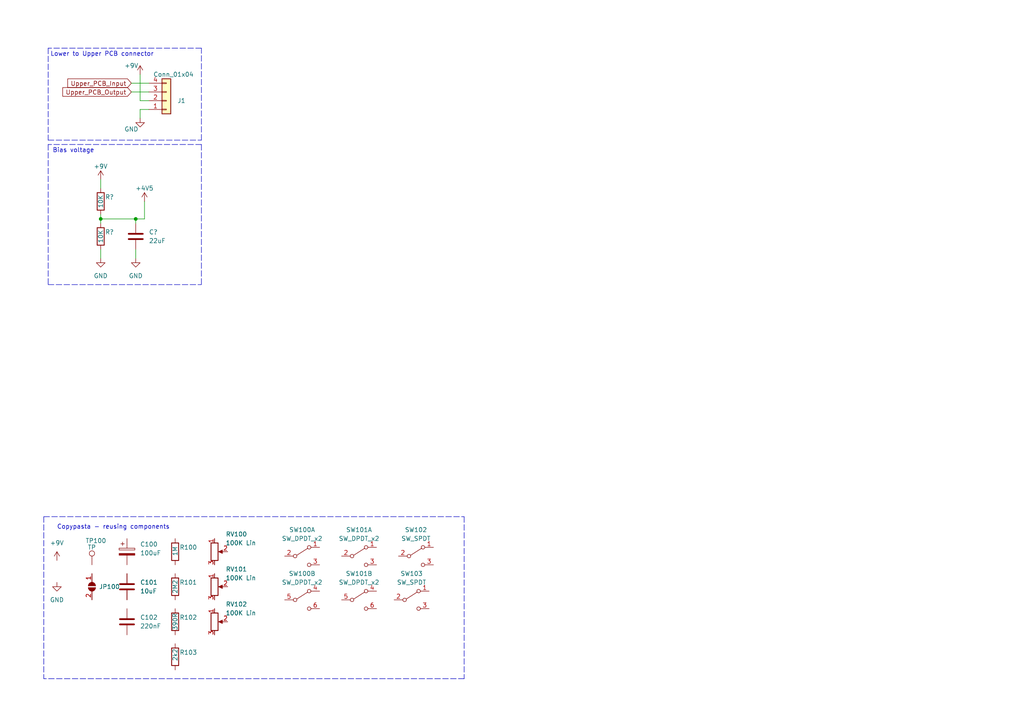
<source format=kicad_sch>
(kicad_sch (version 20211123) (generator eeschema)
  (paper "A4")
  (title_block (title "PedalDev_UpperRaw") (date "2022-02-21") (company "Binary-6"))
  (lib_symbols
    (symbol "Connector:TestPoint" (pin_numbers hide) (pin_names (offset 0.762) hide)
      (property "Reference" "TP" (at 0 6.858 0))
      (property "Value" "TestPoint" (at 0 5.08 0))
      (symbol "TestPoint_0_1"
        (circle (center 0 3.302) (radius 0.762))
      )
      (symbol "TestPoint_1_1"
        (pin passive line (at 0 0 90) (length 2.54) (name "1") (number "1"))
      )
    )
    (symbol "Connector_Generic:Conn_01x04" (pin_names (offset 1.016) hide)
      (property "Reference" "J" (at 0 5.08 0))
      (property "Value" "Conn_01x04" (at 0 -7.62 0))
      (symbol "Conn_01x04_1_1"
        (rectangle (start -1.27 -4.953) (end 0 -5.207) (stroke (width 0.1524)))
        (rectangle (start -1.27 -2.413) (end 0 -2.667) (stroke (width 0.1524)))
        (rectangle (start -1.27 0.127) (end 0 -0.127) (stroke (width 0.1524)))
        (rectangle (start -1.27 2.667) (end 0 2.413) (stroke (width 0.1524)))
        (rectangle (start -1.27 3.81) (end 1.27 -6.35) (stroke (width 0.254)) (fill (type background)))
        (pin passive line (at -5.08 2.54 0) (length 3.81) (name "Pin_1") (number "1"))
        (pin passive line (at -5.08 0 0) (length 3.81) (name "Pin_2") (number "2"))
        (pin passive line (at -5.08 -2.54 0) (length 3.81) (name "Pin_3") (number "3"))
        (pin passive line (at -5.08 -5.08 0) (length 3.81) (name "Pin_4") (number "4"))
      )
    )
    (symbol "Device:C" (pin_numbers hide) (pin_names (offset 0.254))
      (property "Reference" "C" (at 0.635 2.54 0))
      (property "Value" "C" (at 0.635 -2.54 0))
      (symbol "C_0_1"
        (polyline (pts (xy -2.032 -0.762) (xy 2.032 -0.762)) (stroke (width 0.508)))
        (polyline (pts (xy -2.032 0.762) (xy 2.032 0.762)) (stroke (width 0.508)))
      )
      (symbol "C_1_1"
        (pin passive line (at 0 3.81 270) (length 2.794) (name "~") (number "1"))
        (pin passive line (at 0 -3.81 90) (length 2.794) (name "~") (number "2"))
      )
    )
    (symbol "Device:C_Polarized" (pin_numbers hide) (pin_names (offset 0.254))
      (property "Reference" "C" (at 0.635 2.54 0))
      (property "Value" "C_Polarized" (at 0.635 -2.54 0))
      (symbol "C_Polarized_0_1"
        (rectangle (start -2.286 0.508) (end 2.286 1.016))
        (polyline (pts (xy -1.778 2.286) (xy -0.762 2.286)))
        (polyline (pts (xy -1.27 2.794) (xy -1.27 1.778)))
        (rectangle (start 2.286 -0.508) (end -2.286 -1.016) (fill (type outline)))
      )
      (symbol "C_Polarized_1_1"
        (pin passive line (at 0 3.81 270) (length 2.794) (name "~") (number "1"))
        (pin passive line (at 0 -3.81 90) (length 2.794) (name "~") (number "2"))
      )
    )
    (symbol "Device:R" (pin_numbers hide) (pin_names (offset 0))
      (property "Reference" "R" (at 2.032 0 90))
      (property "Value" "R" (at 0 0 90))
      (symbol "R_0_1"
        (rectangle (start -1.016 -2.54) (end 1.016 2.54) (stroke (width 0.254)))
      )
      (symbol "R_1_1"
        (pin passive line (at 0 3.81 270) (length 1.27) (name "~") (number "1"))
        (pin passive line (at 0 -3.81 90) (length 1.27) (name "~") (number "2"))
      )
    )
    (symbol "Device:R_Potentiometer" (pin_names (offset 1.016) hide)
      (property "Reference" "RV" (at -4.445 0 90))
      (property "Value" "R_Potentiometer" (at -2.54 0 90))
      (symbol "R_Potentiometer_0_1"
        (polyline (pts (xy 2.54 0) (xy 1.524 0)))
        (polyline (pts (xy 1.143 0) (xy 2.286 0.508) (xy 2.286 -0.508) (xy 1.143 0)) (fill (type outline)))
        (rectangle (start 1.016 2.54) (end -1.016 -2.54) (stroke (width 0.254)))
      )
      (symbol "R_Potentiometer_1_1"
        (pin passive line (at 0 3.81 270) (length 1.27) (name "1") (number "1"))
        (pin passive line (at 3.81 0 180) (length 1.27) (name "2") (number "2"))
        (pin passive line (at 0 -3.81 90) (length 1.27) (name "3") (number "3"))
      )
    )
    (symbol "Jumper:SolderJumper_2_Open" (pin_names (offset 0) hide)
      (property "Reference" "JP" (at 0 2.032 0))
      (property "Value" "SolderJumper_2_Open" (at 0 -2.54 0))
      (symbol "SolderJumper_2_Open_0_1"
        (arc (start -0.254 1.016) (mid -1.27 0) (end -0.254 -1.016))
        (arc (start -0.254 1.016) (mid -1.27 0) (end -0.254 -1.016) (fill (type outline)))
        (polyline (pts (xy -0.254 1.016) (xy -0.254 -1.016)))
        (polyline (pts (xy 0.254 1.016) (xy 0.254 -1.016)))
        (arc (start 0.254 -1.016) (mid 1.27 0) (end 0.254 1.016))
        (arc (start 0.254 -1.016) (mid 1.27 0) (end 0.254 1.016) (fill (type outline)))
      )
      (symbol "SolderJumper_2_Open_1_1"
        (pin passive line (at -3.81 0 0) (length 2.54) (name "A") (number "1"))
        (pin passive line (at 3.81 0 180) (length 2.54) (name "B") (number "2"))
      )
    )
    (symbol "MeineBibli:+4V5" (power) (pin_names (offset 0))
      (property "Value" "+4V5" (at 0 3.556 0))
      (symbol "+4V5_0_1"
        (polyline (pts (xy -0.762 1.27) (xy 0 2.54)))
        (polyline (pts (xy 0 0) (xy 0 2.54)))
        (polyline (pts (xy 0 2.54) (xy 0.762 1.27)))
      )
      (symbol "+4V5_1_1"
        (pin power_in line (at 0 0 90) (length 0) hide (name "+4V5") (number "1"))
      )
    )
    (symbol "Switch:SW_DPDT_x2" (pin_names (offset 0) hide)
      (property "Reference" "SW" (at 0 4.318 0))
      (property "Value" "SW_DPDT_x2" (at 0 -5.08 0))
      (symbol "SW_DPDT_x2_0_0"
        (circle (center -2.032 0) (radius 0.508))
        (circle (center 2.032 -2.54) (radius 0.508))
      )
      (symbol "SW_DPDT_x2_0_1"
        (polyline (pts (xy -1.524 0.254) (xy 1.651 2.286)))
        (circle (center 2.032 2.54) (radius 0.508))
      )
      (symbol "SW_DPDT_x2_1_1"
        (pin passive line (at 5.08 2.54 180) (length 2.54) (name "A") (number "1"))
        (pin passive line (at -5.08 0 0) (length 2.54) (name "B") (number "2"))
        (pin passive line (at 5.08 -2.54 180) (length 2.54) (name "C") (number "3"))
      )
      (symbol "SW_DPDT_x2_2_1"
        (pin passive line (at 5.08 2.54 180) (length 2.54) (name "A") (number "4"))
        (pin passive line (at -5.08 0 0) (length 2.54) (name "B") (number "5"))
        (pin passive line (at 5.08 -2.54 180) (length 2.54) (name "C") (number "6"))
      )
    )
    (symbol "Switch:SW_SPDT" (pin_names (offset 0) hide)
      (property "Reference" "SW" (at 0 4.318 0))
      (property "Value" "SW_SPDT" (at 0 -5.08 0))
      (symbol "SW_SPDT_0_0"
        (circle (center -2.032 0) (radius 0.508))
        (circle (center 2.032 -2.54) (radius 0.508))
      )
      (symbol "SW_SPDT_0_1"
        (polyline (pts (xy -1.524 0.254) (xy 1.651 2.286)))
        (circle (center 2.032 2.54) (radius 0.508))
      )
      (symbol "SW_SPDT_1_1"
        (pin passive line (at 5.08 2.54 180) (length 2.54) (name "A") (number "1"))
        (pin passive line (at -5.08 0 0) (length 2.54) (name "B") (number "2"))
        (pin passive line (at 5.08 -2.54 180) (length 2.54) (name "C") (number "3"))
      )
    )
    (symbol "power:+9V" (power) (pin_names (offset 0))
      (property "Value" "+9V" (at 0 3.556 0))
      (symbol "+9V_0_1"
        (polyline (pts (xy -0.762 1.27) (xy 0 2.54)))
        (polyline (pts (xy 0 0) (xy 0 2.54)))
        (polyline (pts (xy 0 2.54) (xy 0.762 1.27)))
      )
      (symbol "+9V_1_1"
        (pin power_in line (at 0 0 90) (length 0) hide (name "+9V") (number "1"))
      )
    )
    (symbol "power:GND" (power) (pin_names (offset 0))
      (property "Value" "GND" (at 0 -3.81 0))
      (symbol "GND_0_1"
        (polyline (pts (xy 0 0) (xy 0 -1.27) (xy 1.27 -1.27) (xy 0 -2.54) (xy -1.27 -1.27) (xy 0 -1.27)))
      )
      (symbol "GND_1_1"
        (pin power_in line (at 0 0 270) (length 0) hide (name "GND") (number "1"))
      )
    )
  )
  (junction (at 29.21 63.5))
  (junction (at 39.37 63.5))
  (polyline (pts (xy 58.42 40.64) (xy 58.42 13.97)))
  (wire (pts (xy 43.18 31.75) (xy 40.64 31.75)))
  (wire (pts (xy 29.21 63.5) (xy 39.37 63.5)))
  (polyline (pts (xy 13.97 82.55) (xy 58.42 82.55)))
  (wire (pts (xy 40.64 21.59) (xy 40.64 29.21)))
  (wire (pts (xy 41.91 63.5) (xy 39.37 63.5)))
  (wire (pts (xy 29.21 62.23) (xy 29.21 63.5)))
  (wire (pts (xy 29.21 72.39) (xy 29.21 74.93)))
  (polyline (pts (xy 13.97 40.64) (xy 58.42 40.64)))
  (polyline (pts (xy 13.97 41.91) (xy 13.97 82.55)))
  (polyline (pts (xy 58.42 13.97) (xy 13.97 13.97)))
  (wire (pts (xy 29.21 63.5) (xy 29.21 64.77)))
  (wire (pts (xy 29.21 52.07) (xy 29.21 54.61)))
  (polyline (pts (xy 12.7 149.86) (xy 12.7 196.85)))
  (wire (pts (xy 38.1 26.67) (xy 43.18 26.67)))
  (wire (pts (xy 39.37 72.39) (xy 39.37 74.93)))
  (wire (pts (xy 40.64 31.75) (xy 40.64 34.29)))
  (polyline (pts (xy 134.62 196.85) (xy 12.7 196.85)))
  (polyline (pts (xy 58.42 41.91) (xy 58.42 82.55)))
  (wire (pts (xy 41.91 58.42) (xy 41.91 63.5)))
  (wire (pts (xy 38.1 24.13) (xy 43.18 24.13)))
  (wire (pts (xy 39.37 63.5) (xy 39.37 64.77)))
  (polyline (pts (xy 12.7 149.86) (xy 134.62 149.86)))
  (polyline (pts (xy 58.42 41.91) (xy 13.97 41.91)))
  (polyline (pts (xy 134.62 149.86) (xy 134.62 196.85)))
  (wire (pts (xy 40.64 29.21) (xy 43.18 29.21)))
  (polyline (pts (xy 13.97 13.97) (xy 13.97 40.64)))
  (text "Bias voltage" (at 15.24 44.45 0) (effects (font (size 1.27 1.27)) (justify left bottom)))
  (text "Lower to Upper PCB connector" (at 14.605 16.51 0) (effects (font (size 1.27 1.27)) (justify left bottom)))
  (text "Copypasta - reusing components" (at 16.51 153.67 0) (effects (font (size 1.27 1.27)) (justify left bottom)))
  (global_label "Upper_PCB_Input" (shape input) (at 38.1 24.13 180) (property "Intersheet References" "${INTERSHEET_REFS}" (effects hide)))
  (global_label "Upper_PCB_Output" (shape input) (at 38.1 26.67 180) (property "Intersheet References" "${INTERSHEET_REFS}" (effects hide)))
  (symbol (lib_id "Connector:TestPoint") (at 26.67 163.83 0) (unit 1) (in_bom no)
    (property "Reference" "TP100" (at 24.765 156.845 0) (effects (justify left)))
    (property "Value" "TP" (at 25.4 158.75 0) (effects (justify left)))
    (property "Footprint" "TestPoint:TestPoint_Pad_D2.0mm" (effects hide))
  )
  (symbol (lib_id "power:GND") (at 39.37 74.93 0) (unit 1)
    (property "Reference" "#PWR?" (effects hide))
    (property "Value" "GND" (at 39.37 80.01 0))
  )
  (symbol (lib_id "Switch:SW_SPDT") (at 120.65 161.29 0) (unit 1)
    (property "Reference" "SW102" (at 120.65 153.67 0))
    (property "Value" "SW_SPDT" (at 120.65 156.21 0))
    (property "Footprint" "MeineBib:Switch_toggle_SPDT_Print" (effects hide))
  )
  (symbol (lib_id "Switch:SW_DPDT_x2") (at 104.14 161.29 0) (unit 1)
    (property "Reference" "SW101" (at 104.14 153.67 0))
    (property "Value" "SW_DPDT_x2" (at 104.14 156.21 0))
    (property "Footprint" "MeineBib:Switch_toggle_DPDT_Print" (effects hide))
  )
  (symbol (lib_id "Device:R") (at 50.8 180.34 0) (unit 1)
    (property "Reference" "R102" (at 52.07 179.07 0) (effects (justify left)))
    (property "Value" "390R" (at 50.8 182.88 90) (effects (justify left)))
    (property "Footprint" "Resistor_SMD:R_0603_1608Metric" (effects hide))
  )
  (symbol (lib_id "Device:R") (at 50.8 190.5 0) (unit 1)
    (property "Reference" "R103" (at 52.07 189.23 0) (effects (justify left)))
    (property "Value" "2k2" (at 50.8 191.77 90) (effects (justify left)))
    (property "Footprint" "Resistor_SMD:R_0603_1608Metric" (effects hide))
  )
  (symbol (lib_id "Jumper:SolderJumper_2_Open") (at 26.67 170.18 90) (mirror x) (unit 1) (in_bom no)
    (property "Reference" "JP100" (at 31.75 170.18 90))
    (property "Value" "Jmp" (effects hide))
    (property "Footprint" "Jumper:SolderJumper-2_P1.3mm_Open_TrianglePad1.0x1.5mm" (effects hide))
  )
  (symbol (lib_id "power:+9V") (at 29.21 52.07 0) (unit 1)
    (property "Reference" "#PWR?" (effects hide))
    (property "Value" "+9V" (at 29.21 48.26 0))
  )
  (symbol (lib_id "Switch:SW_DPDT_x2") (at 87.63 173.99 0) (unit 2)
    (property "Reference" "SW100" (at 87.63 166.37 0))
    (property "Value" "SW_DPDT_x2" (at 87.63 168.91 0))
    (property "Footprint" "MeineBib:Switch_toggle_DPDT_Print" (effects hide))
  )
  (symbol (lib_id "Connector_Generic:Conn_01x04") (at 48.26 29.21 0) (mirror x) (unit 1)
    (property "Reference" "J1" (at 51.435 29.2101 0) (effects (justify left)))
    (property "Value" "Conn_01x04" (at 44.45 21.59 0) (effects (justify left)))
    (property "Footprint" "Connector_JST:JST_XH_B4B-XH-A_1x04_P2.50mm_Vertical" (effects hide))
    (property "LCSC" "C144395" (effects hide))
  )
  (symbol (lib_id "power:GND") (at 40.64 34.29 0) (unit 1)
    (property "Reference" "#PWR04" (effects hide))
    (property "Value" "GND" (at 38.1 37.465 0))
  )
  (symbol (lib_id "Device:R") (at 29.21 58.42 0) (unit 1)
    (property "Reference" "R?" (at 30.48 57.15 0) (effects (justify left)))
    (property "Value" "10K" (at 29.21 58.42 90))
    (property "Footprint" "Resistor_SMD:R_0603_1608Metric" (effects hide))
    (property "LCSC" "C25804" (effects hide))
  )
  (symbol (lib_id "Device:C") (at 36.83 180.34 0) (mirror y) (unit 1)
    (property "Reference" "C102" (at 40.64 179.0699 0) (effects (justify right)))
    (property "Value" "220nF" (at 40.64 181.6099 0) (effects (justify right)))
    (property "Footprint" "Capacitor_SMD:C_0603_1608Metric" (effects hide))
    (property "LCSC" "C21120 " (effects hide))
  )
  (symbol (lib_id "Switch:SW_DPDT_x2") (at 104.14 173.99 0) (unit 2)
    (property "Reference" "SW101" (at 104.14 166.37 0))
    (property "Value" "SW_DPDT_x2" (at 104.14 168.91 0))
    (property "Footprint" "MeineBib:Switch_toggle_DPDT_Print" (effects hide))
  )
  (symbol (lib_id "Device:R") (at 50.8 170.18 180) (unit 1)
    (property "Reference" "R101" (at 54.61 168.91 0))
    (property "Value" "2M2" (at 50.8 170.18 90))
    (property "Footprint" "Resistor_SMD:R_0603_1608Metric" (effects hide))
  )
  (symbol (lib_id "Device:C_Polarized") (at 36.83 160.02 0) (unit 1)
    (property "Reference" "C100" (at 40.64 157.8609 0) (effects (justify left)))
    (property "Value" "100uF" (at 40.64 160.4009 0) (effects (justify left)))
    (property "Footprint" "Capacitor_THT:CP_Radial_D5.0mm_P2.00mm" (effects hide))
    (property "Datasheet" "https://datasheet.lcsc.com/szlcsc/1811201537_Lelon-VZT101M1V0606-TRO_C249982.pdf" (effects hide))
    (property "LCSC" "C108360" (effects hide))
  )
  (symbol (lib_id "Device:C") (at 39.37 68.58 0) (unit 1)
    (property "Reference" "C?" (at 43.18 67.3099 0) (effects (justify left)))
    (property "Value" "22uF" (at 43.18 69.8499 0) (effects (justify left)))
    (property "Footprint" "Capacitor_SMD:C_1206_3216Metric" (effects hide))
    (property "LCSC" "C12891" (effects hide))
  )
  (symbol (lib_id "Device:R") (at 29.21 68.58 0) (unit 1)
    (property "Reference" "R?" (at 30.48 67.31 0) (effects (justify left)))
    (property "Value" "10K" (at 29.21 68.58 90))
    (property "Footprint" "Resistor_SMD:R_0603_1608Metric" (effects hide))
    (property "LCSC" "C25804" (effects hide))
  )
  (symbol (lib_id "power:+9V") (at 16.51 162.56 0) (unit 1)
    (property "Reference" "#PWR01" (effects hide))
    (property "Value" "+9V" (at 16.51 157.48 0))
  )
  (symbol (lib_id "Device:R") (at 50.8 160.02 0) (unit 1)
    (property "Reference" "R100" (at 52.07 158.75 0) (effects (justify left)))
    (property "Value" "1M" (at 50.8 161.29 90) (effects (justify left)))
    (property "Footprint" "Resistor_SMD:R_0603_1608Metric" (effects hide))
  )
  (symbol (lib_id "Device:C") (at 36.83 170.18 0) (unit 1)
    (property "Reference" "C101" (at 40.64 168.9099 0) (effects (justify left)))
    (property "Value" "10uF" (at 40.64 171.4499 0) (effects (justify left)))
    (property "Footprint" "Capacitor_SMD:C_0805_2012Metric" (effects hide))
    (property "LCSC" "C15850" (effects hide))
  )
  (symbol (lib_id "power:GND") (at 29.21 74.93 0) (unit 1)
    (property "Reference" "#PWR?" (effects hide))
    (property "Value" "GND" (at 29.21 80.01 0))
  )
  (symbol (lib_id "MeineBibli:+4V5") (at 41.91 58.42 0) (unit 1)
    (property "Reference" "#PWR?" (effects hide))
    (property "Value" "+4V5" (at 41.91 54.61 0))
  )
  (symbol (lib_id "power:GND") (at 16.51 168.91 0) (unit 1)
    (property "Reference" "#PWR02" (effects hide))
    (property "Value" "GND" (at 16.51 173.99 0))
  )
  (symbol (lib_id "Device:R_Potentiometer") (at 62.23 160.02 0) (unit 1)
    (property "Reference" "RV100" (at 68.58 154.94 0))
    (property "Value" "100K Lin" (at 69.85 157.48 0))
    (property "Footprint" "Potentiometer_THT:Potentiometer_Alpha_RD901F-40-00D_Single_Vertical" (effects hide))
  )
  (symbol (lib_id "Device:R_Potentiometer") (at 62.23 180.34 0) (unit 1)
    (property "Reference" "RV102" (at 68.58 175.26 0))
    (property "Value" "100K Lin" (at 69.85 177.8 0))
    (property "Footprint" "Potentiometer_THT:Potentiometer_Alpha_RD901F-40-00D_Single_Vertical" (effects hide))
  )
  (symbol (lib_id "Device:R_Potentiometer") (at 62.23 170.18 0) (unit 1)
    (property "Reference" "RV101" (at 68.58 165.1 0))
    (property "Value" "100K Lin" (at 69.85 167.64 0))
    (property "Footprint" "Potentiometer_THT:Potentiometer_Alpha_RD901F-40-00D_Single_Vertical" (effects hide))
  )
  (symbol (lib_id "Switch:SW_DPDT_x2") (at 87.63 161.29 0) (unit 1)
    (property "Reference" "SW100" (at 87.63 153.67 0))
    (property "Value" "SW_DPDT_x2" (at 87.63 156.21 0))
    (property "Footprint" "MeineBib:Switch_toggle_DPDT_Print" (effects hide))
  )
  (symbol (lib_id "power:+9V") (at 40.64 21.59 0) (unit 1)
    (property "Reference" "#PWR03" (effects hide))
    (property "Value" "+9V" (at 38.1 19.05 0))
  )
  (symbol (lib_id "Switch:SW_SPDT") (at 119.38 173.99 0) (unit 1)
    (property "Reference" "SW103" (at 119.38 166.37 0))
    (property "Value" "SW_SPDT" (at 119.38 168.91 0))
    (property "Footprint" "MeineBib:Switch_toggle_SPDT_Print" (effects hide))
  )
)
</source>
